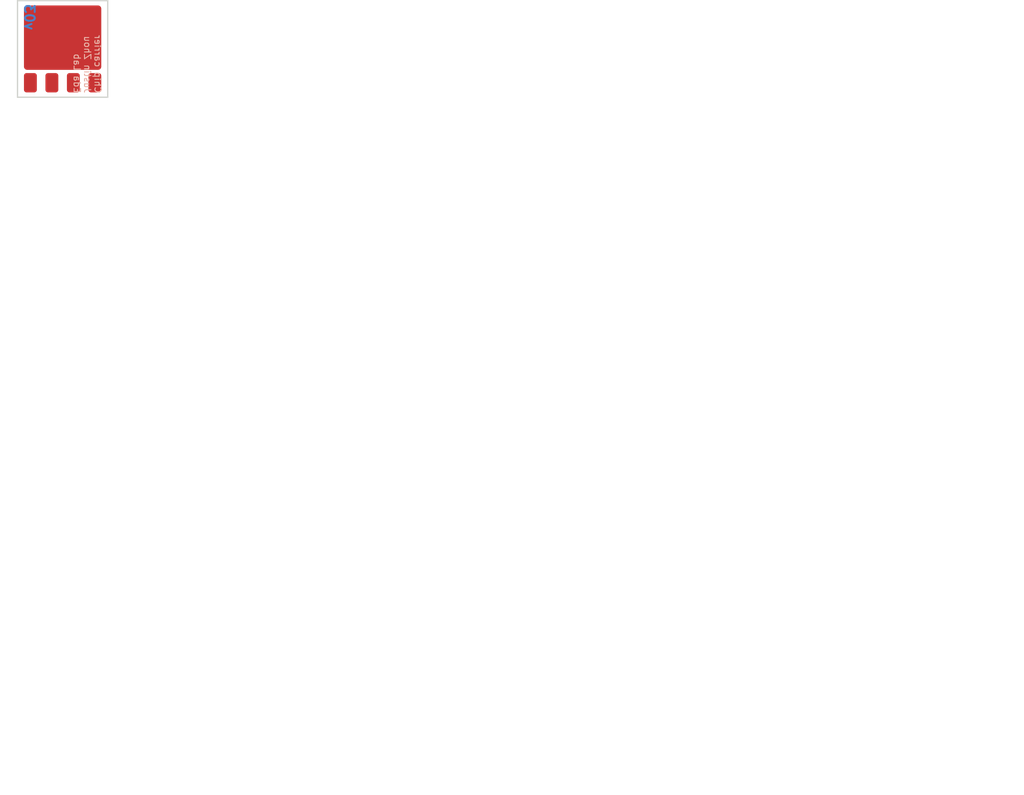
<source format=kicad_pcb>
(kicad_pcb (version 20211014) (generator pcbnew)
  (title_block (title "Chip Carrier") (date "2022-02-08") (rev "v03") (comment 2 "creativecommons.org/licenses/by/4.0/") (comment 3 "License: CC BY 4.0") (comment 4 "Author: Justin Zhou"))
  (layers (0 "F.Cu" signal) (31 "B.Cu" signal) (34 "B.Paste" user) (35 "F.Paste" user) (36 "B.SilkS" user "B.Silkscreen") (37 "F.SilkS" user "F.Silkscreen") (38 "B.Mask" user) (39 "F.Mask" user) (44 "Edge.Cuts" user))
  (net 0 "")
  (footprint "chip_carrier:R2000X3000" (layer "F.Cu") (at 146.766667 111.725)
    (fp_text reference "U5")
    (fp_text value "Contact_Pad")
    (pad "3" smd roundrect (at -0.166667 -6) (size 2 3) (layers "F.Cu" "F.Paste" "F.Mask") (roundrect_rratio 0.2))
  )
  (footprint "chip_carrier:R2000X3000" (layer "F.Cu") (at 143.316667 111.725)
    (fp_text reference "U4")
    (fp_text value "Contact_Pad")
    (pad "2" smd roundrect (at -0.05 -6) (size 2 3) (layers "F.Cu" "F.Paste" "F.Mask") (roundrect_rratio 0.2))
  )
  (footprint "chip_carrier:R2000X3000" (layer "F.Cu") (at 153.016667 111.725)
    (fp_text reference "U2")
    (fp_text value "Contact_Pad")
    (pad "5" smd roundrect (at 0.25 -6) (size 2 3) (layers "F.Cu" "F.Paste" "F.Mask") (roundrect_rratio 0.2))
  )
  (footprint "chip_carrier:R12000X10000" (layer "F.Cu") (at 293.916667 205.725)
    (fp_text reference "U1")
    (fp_text value "Gate_Pad")
    (pad "1" smd roundrect (at -145.65 -107) (size 12 10) (layers "F.Cu" "F.Paste" "F.Mask") (roundrect_rratio 0.05))
  )
  (footprint "chip_carrier:R2000X3000" (layer "F.Cu") (at 149.866667 111.775)
    (fp_text reference "U3")
    (fp_text value "Contact_Pad")
    (pad "4" smd roundrect (at 0.066667 -6.05) (size 2 3) (layers "F.Cu" "F.Paste" "F.Mask") (roundrect_rratio 0.2))
  )
  (gr_line (start 141.266667 92.975) (end 141.266667 107.975) (layer "Edge.Cuts") (width 0.2))
  (gr_line (start 141.266667 92.975) (end 155.266667 92.975) (layer "Edge.Cuts") (width 0.2))
  (gr_line (start 155.266667 107.975) (end 141.266667 107.975) (layer "Edge.Cuts") (width 0.2))
  (gr_line (start 155.266667 107.975) (end 155.266667 92.975) (layer "Edge.Cuts") (width 0.2))
  (gr_text "v03" (at 143.116667 97.725 -90) (layer "B.Cu") (effects (font (size 1.5 1.5) (thickness 0.3)) (justify left mirror)))
  (gr_text "Chip carrier\nJustin Zhou\nEda Lab" (at 152.116667 107.425 -90) (layer "B.SilkS") (effects (font (size 1 1)) (justify left mirror)))
)
</source>
